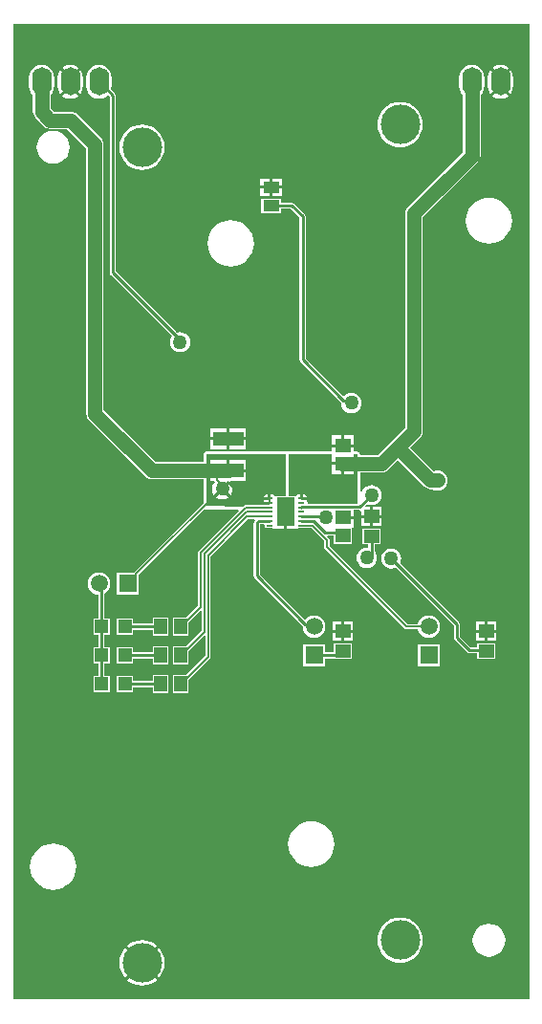
<source format=gbr>
%TF.GenerationSoftware,Altium Limited,Altium Designer,20.0.13 (296)*%
G04 Layer_Physical_Order=1*
G04 Layer_Color=255*
%FSLAX26Y26*%
%MOIN*%
%TF.FileFunction,Copper,L1,Top,Signal*%
%TF.Part,Single*%
G01*
G75*
%TA.AperFunction,SMDPad,CuDef*%
%ADD10O,0.023622X0.007874*%
%ADD11R,0.064961X0.098425*%
%ADD12R,0.055118X0.051181*%
%ADD13R,0.106299X0.051181*%
%ADD14R,0.057087X0.039370*%
%ADD15R,0.053150X0.045276*%
%ADD16R,0.047244X0.047244*%
%ADD17R,0.045276X0.053150*%
%TA.AperFunction,Conductor*%
%ADD18C,0.008000*%
%ADD19C,0.010000*%
%ADD20C,0.050000*%
%TA.AperFunction,ComponentPad*%
%ADD21C,0.059055*%
%ADD22R,0.059055X0.059055*%
%ADD23O,0.068898X0.098425*%
%ADD24R,0.059055X0.059055*%
%ADD25C,0.137795*%
%TA.AperFunction,ViaPad*%
%ADD26C,0.050000*%
G36*
X1800000D02*
X0D01*
Y3400000D01*
X1800000D01*
Y0D01*
D02*
G37*
%LPC*%
G36*
X1700000Y3259596D02*
X1688397Y3258068D01*
X1677584Y3253590D01*
X1672300Y3249535D01*
X1700000Y3221835D01*
X1727700Y3249535D01*
X1722416Y3253590D01*
X1711603Y3258068D01*
X1700000Y3259596D01*
D02*
G37*
G36*
X200000D02*
X188397Y3258068D01*
X177584Y3253590D01*
X172300Y3249535D01*
X200000Y3221835D01*
X227700Y3249535D01*
X222416Y3253590D01*
X211603Y3258068D01*
X200000Y3259596D01*
D02*
G37*
G36*
X1665229Y3242464D02*
X1661174Y3237180D01*
X1656695Y3226367D01*
X1655168Y3214764D01*
Y3185236D01*
X1656695Y3173633D01*
X1661174Y3162820D01*
X1665229Y3157536D01*
X1696465Y3188772D01*
X1700000Y3185236D01*
X1703535Y3188772D01*
X1734771Y3157536D01*
X1738826Y3162820D01*
X1743305Y3173633D01*
X1744832Y3185236D01*
Y3214764D01*
X1743305Y3226367D01*
X1738826Y3237180D01*
X1734771Y3242464D01*
X1703535Y3211228D01*
X1700000Y3214764D01*
X1696465Y3211228D01*
X1665229Y3242464D01*
D02*
G37*
G36*
X165229D02*
X161174Y3237180D01*
X156695Y3226367D01*
X155168Y3214764D01*
Y3185236D01*
X156695Y3173633D01*
X161174Y3162820D01*
X165229Y3157536D01*
X196464Y3188772D01*
X200000Y3185236D01*
X203536Y3188772D01*
X234771Y3157536D01*
X238826Y3162820D01*
X243305Y3173633D01*
X244832Y3185236D01*
Y3214764D01*
X243305Y3226367D01*
X238826Y3237180D01*
X234771Y3242464D01*
X203536Y3211228D01*
X200000Y3214764D01*
X196464Y3211228D01*
X165229Y3242464D01*
D02*
G37*
G36*
X1700000Y3178165D02*
X1672300Y3150465D01*
X1677584Y3146410D01*
X1688397Y3141932D01*
X1700000Y3140404D01*
X1711603Y3141932D01*
X1722416Y3146410D01*
X1727700Y3150465D01*
X1700000Y3178165D01*
D02*
G37*
G36*
X200000D02*
X172300Y3150465D01*
X177584Y3146410D01*
X188397Y3141932D01*
X200000Y3140404D01*
X211603Y3141932D01*
X222416Y3146410D01*
X227700Y3150465D01*
X200000Y3178165D01*
D02*
G37*
G36*
X1350000Y3129914D02*
X1334533Y3128390D01*
X1319661Y3123879D01*
X1305955Y3116552D01*
X1293941Y3106693D01*
X1284082Y3094679D01*
X1276755Y3080973D01*
X1272244Y3066101D01*
X1270721Y3050634D01*
X1272244Y3035168D01*
X1276755Y3020295D01*
X1284082Y3006589D01*
X1293941Y2994575D01*
X1305955Y2984716D01*
X1319661Y2977390D01*
X1334533Y2972878D01*
X1350000Y2971355D01*
X1365467Y2972878D01*
X1380339Y2977390D01*
X1394045Y2984716D01*
X1406059Y2994575D01*
X1415918Y3006589D01*
X1423245Y3020295D01*
X1427756Y3035168D01*
X1429279Y3050634D01*
X1427756Y3066101D01*
X1423245Y3080973D01*
X1415918Y3094679D01*
X1406059Y3106693D01*
X1394045Y3116552D01*
X1380339Y3123879D01*
X1365467Y3128390D01*
X1350000Y3129914D01*
D02*
G37*
G36*
X140157Y3029193D02*
X125265Y3027232D01*
X111388Y3021484D01*
X99471Y3012340D01*
X90327Y3000423D01*
X84579Y2986546D01*
X82618Y2971653D01*
X84579Y2956761D01*
X90327Y2942884D01*
X99471Y2930967D01*
X111388Y2921823D01*
X125265Y2916075D01*
X140157Y2914114D01*
X155050Y2916075D01*
X168927Y2921823D01*
X180844Y2930967D01*
X189988Y2942884D01*
X195736Y2956761D01*
X197697Y2971653D01*
X195736Y2986546D01*
X189988Y3000423D01*
X180844Y3012340D01*
X168927Y3021484D01*
X155050Y3027232D01*
X140157Y3029193D01*
D02*
G37*
G36*
X450000Y3050933D02*
X434533Y3049410D01*
X419661Y3044898D01*
X405955Y3037572D01*
X393941Y3027713D01*
X384082Y3015699D01*
X376755Y3001992D01*
X372244Y2987120D01*
X370721Y2971653D01*
X372244Y2956187D01*
X376755Y2941315D01*
X384082Y2927608D01*
X393941Y2915595D01*
X405955Y2905735D01*
X419661Y2898409D01*
X434533Y2893897D01*
X450000Y2892374D01*
X465467Y2893897D01*
X480339Y2898409D01*
X494045Y2905735D01*
X506059Y2915595D01*
X515918Y2927608D01*
X523245Y2941315D01*
X527756Y2956187D01*
X529279Y2971653D01*
X527756Y2987120D01*
X523245Y3001992D01*
X515918Y3015699D01*
X506059Y3027713D01*
X494045Y3037572D01*
X480339Y3044898D01*
X465467Y3049410D01*
X450000Y3050933D01*
D02*
G37*
G36*
X938543Y2862165D02*
X905000D01*
Y2837481D01*
X938543D01*
Y2862165D01*
D02*
G37*
G36*
X895000D02*
X861457D01*
Y2837481D01*
X895000D01*
Y2862165D01*
D02*
G37*
G36*
X938543Y2827481D02*
X905000D01*
Y2802795D01*
X938543D01*
Y2827481D01*
D02*
G37*
G36*
X895000D02*
X861457D01*
Y2802795D01*
X895000D01*
Y2827481D01*
D02*
G37*
G36*
X1659842Y2795863D02*
X1644183Y2794321D01*
X1629125Y2789753D01*
X1615248Y2782336D01*
X1603084Y2772353D01*
X1593102Y2760189D01*
X1585684Y2746312D01*
X1581116Y2731254D01*
X1579574Y2715595D01*
X1581116Y2699935D01*
X1585684Y2684877D01*
X1593102Y2671000D01*
X1603084Y2658836D01*
X1615248Y2648854D01*
X1629125Y2641436D01*
X1644183Y2636869D01*
X1659842Y2635326D01*
X1675502Y2636869D01*
X1690560Y2641436D01*
X1704437Y2648854D01*
X1716601Y2658836D01*
X1726583Y2671000D01*
X1734001Y2684877D01*
X1738569Y2699935D01*
X1740111Y2715595D01*
X1738569Y2731254D01*
X1734001Y2746312D01*
X1726583Y2760189D01*
X1716601Y2772353D01*
X1704437Y2782336D01*
X1690560Y2789753D01*
X1675502Y2794321D01*
X1659842Y2795863D01*
D02*
G37*
G36*
X759842Y2716883D02*
X744183Y2715340D01*
X729125Y2710773D01*
X715248Y2703355D01*
X703084Y2693372D01*
X693102Y2681209D01*
X685684Y2667332D01*
X681116Y2652274D01*
X679574Y2636614D01*
X681116Y2620955D01*
X685684Y2605897D01*
X693102Y2592019D01*
X703084Y2579856D01*
X715248Y2569874D01*
X729125Y2562456D01*
X744183Y2557888D01*
X759842Y2556346D01*
X775502Y2557888D01*
X790560Y2562456D01*
X804437Y2569874D01*
X816601Y2579856D01*
X826583Y2592019D01*
X834001Y2605897D01*
X838569Y2620955D01*
X840111Y2636614D01*
X838569Y2652274D01*
X834001Y2667332D01*
X826583Y2681209D01*
X816601Y2693372D01*
X804437Y2703355D01*
X790560Y2710773D01*
X775502Y2715340D01*
X759842Y2716883D01*
D02*
G37*
G36*
X300000Y3259596D02*
X288397Y3258068D01*
X277584Y3253590D01*
X268299Y3246465D01*
X261174Y3237180D01*
X256695Y3226367D01*
X255168Y3214764D01*
Y3185236D01*
X256695Y3173633D01*
X261174Y3162820D01*
X268299Y3153535D01*
X277584Y3146410D01*
X288397Y3141932D01*
X300000Y3140404D01*
X311603Y3141932D01*
X322416Y3146410D01*
X331701Y3153535D01*
X332025Y3153556D01*
X336804Y3148777D01*
Y2536000D01*
X337580Y2532098D01*
X339790Y2528790D01*
X555251Y2313330D01*
X552428Y2309651D01*
X548901Y2301137D01*
X547698Y2292000D01*
X548901Y2282863D01*
X552428Y2274349D01*
X558038Y2267038D01*
X565349Y2261428D01*
X573863Y2257901D01*
X583000Y2256698D01*
X592137Y2257901D01*
X600651Y2261428D01*
X607962Y2267038D01*
X613572Y2274349D01*
X617099Y2282863D01*
X618302Y2292000D01*
X617099Y2301137D01*
X613572Y2309651D01*
X607962Y2316962D01*
X600651Y2322572D01*
X592137Y2326099D01*
X583000Y2327302D01*
X573863Y2326099D01*
X572065Y2325354D01*
X357196Y2540223D01*
Y3153000D01*
X356420Y3156902D01*
X354210Y3160210D01*
X342567Y3171852D01*
X343305Y3173633D01*
X344832Y3185236D01*
Y3214764D01*
X343305Y3226367D01*
X338826Y3237180D01*
X331701Y3246465D01*
X322416Y3253590D01*
X311603Y3258068D01*
X300000Y3259596D01*
D02*
G37*
G36*
X933543Y2792205D02*
X866457D01*
Y2742835D01*
X933543D01*
Y2757324D01*
X968257D01*
X999804Y2725777D01*
Y2230000D01*
X1000580Y2226098D01*
X1002790Y2222790D01*
X1144801Y2080780D01*
X1144698Y2080000D01*
X1145901Y2070863D01*
X1149428Y2062349D01*
X1155038Y2055038D01*
X1162349Y2049428D01*
X1170863Y2045901D01*
X1180000Y2044698D01*
X1189137Y2045901D01*
X1197651Y2049428D01*
X1204962Y2055038D01*
X1210572Y2062349D01*
X1214099Y2070863D01*
X1215302Y2080000D01*
X1214099Y2089137D01*
X1210572Y2097651D01*
X1204962Y2104962D01*
X1197651Y2110572D01*
X1189137Y2114099D01*
X1180000Y2115302D01*
X1170863Y2114099D01*
X1162349Y2110572D01*
X1155038Y2104962D01*
X1154923Y2104813D01*
X1149934Y2104486D01*
X1020196Y2234223D01*
Y2730000D01*
X1019420Y2733902D01*
X1017210Y2737210D01*
X979690Y2774729D01*
X976382Y2776939D01*
X972480Y2777716D01*
X933543D01*
Y2792205D01*
D02*
G37*
G36*
X813150Y1990709D02*
X755000D01*
Y1960118D01*
X813150D01*
Y1990709D01*
D02*
G37*
G36*
X745000D02*
X686850D01*
Y1960118D01*
X745000D01*
Y1990709D01*
D02*
G37*
G36*
X1187559Y1967087D02*
X1155000D01*
Y1936496D01*
X1187559D01*
Y1967087D01*
D02*
G37*
G36*
X1145000D02*
X1112441D01*
Y1936496D01*
X1145000D01*
Y1967087D01*
D02*
G37*
G36*
X813150Y1950118D02*
X755000D01*
Y1919528D01*
X813150D01*
Y1950118D01*
D02*
G37*
G36*
X745000D02*
X686850D01*
Y1919528D01*
X745000D01*
Y1950118D01*
D02*
G37*
G36*
X1600000Y3259596D02*
X1588397Y3258068D01*
X1577584Y3253590D01*
X1568299Y3246465D01*
X1561174Y3237180D01*
X1556695Y3226367D01*
X1555168Y3214764D01*
Y3185236D01*
X1556695Y3173633D01*
X1561174Y3162820D01*
X1568299Y3153535D01*
X1569741Y3152428D01*
Y2955534D01*
X1376604Y2762396D01*
X1371795Y2756130D01*
X1368772Y2748832D01*
X1367741Y2741000D01*
Y1993534D01*
X1320356Y1946148D01*
X1272970Y1898763D01*
X1210196D01*
Y1900000D01*
X1209420Y1903902D01*
X1207210Y1907210D01*
X1203902Y1909420D01*
X1200000Y1910196D01*
X1187559D01*
Y1926496D01*
X1112441D01*
Y1910196D01*
X960196D01*
X956294Y1909420D01*
X955846Y1909121D01*
X953902Y1910420D01*
X950000Y1911196D01*
X675000D01*
X671098Y1910420D01*
X667790Y1908210D01*
X665580Y1904902D01*
X664804Y1901000D01*
Y1875141D01*
X496652D01*
X316259Y2055534D01*
Y2982000D01*
X315228Y2989832D01*
X312205Y2997130D01*
X307396Y3003396D01*
X307396Y3003397D01*
X223396Y3087396D01*
X217130Y3092205D01*
X209832Y3095228D01*
X202000Y3096259D01*
X141823D01*
X130259Y3107823D01*
Y3152428D01*
X131701Y3153535D01*
X138826Y3162820D01*
X143305Y3173633D01*
X144832Y3185236D01*
Y3214764D01*
X143305Y3226367D01*
X138826Y3237180D01*
X131701Y3246465D01*
X122416Y3253590D01*
X111603Y3258068D01*
X100000Y3259596D01*
X88397Y3258068D01*
X77584Y3253590D01*
X68299Y3246465D01*
X61174Y3237180D01*
X56695Y3226367D01*
X55168Y3214764D01*
Y3185236D01*
X56695Y3173633D01*
X61174Y3162820D01*
X68299Y3153535D01*
X69741Y3152428D01*
Y3095289D01*
X70772Y3087458D01*
X73795Y3080160D01*
X78604Y3073893D01*
X107893Y3044604D01*
X107893Y3044604D01*
X114160Y3039795D01*
X121458Y3036772D01*
X129289Y3035741D01*
X129290Y3035741D01*
X189466D01*
X255741Y2969466D01*
Y2043000D01*
X256772Y2035168D01*
X259795Y2027870D01*
X264604Y2021604D01*
X462722Y1823486D01*
X468989Y1818677D01*
X476286Y1815654D01*
X484118Y1814623D01*
X664804D01*
Y1732781D01*
X421550Y1489527D01*
X360473D01*
Y1410473D01*
X439527D01*
Y1481550D01*
X669575Y1711598D01*
X671087Y1710585D01*
X671093Y1710583D01*
X671098Y1710580D01*
X673048Y1710192D01*
X674988Y1709804D01*
X785400Y1709678D01*
X787311Y1705057D01*
X647511Y1565258D01*
X645522Y1562281D01*
X644824Y1558769D01*
Y1373352D01*
X603223Y1331751D01*
X603087D01*
X602200Y1331575D01*
X556811D01*
Y1268425D01*
X612087D01*
Y1315134D01*
X613512Y1316086D01*
X653204Y1355778D01*
X657824Y1353865D01*
Y1286352D01*
X603223Y1231751D01*
X603087D01*
X602200Y1231575D01*
X556811D01*
Y1168425D01*
X612087D01*
Y1215134D01*
X613512Y1216086D01*
X666204Y1268778D01*
X670824Y1266865D01*
Y1199352D01*
X603223Y1131751D01*
X603087D01*
X602200Y1131575D01*
X556811D01*
Y1068425D01*
X612087D01*
Y1115134D01*
X613512Y1116086D01*
X686489Y1189063D01*
X688478Y1192040D01*
X689176Y1195551D01*
Y1544199D01*
X820053Y1675076D01*
X841478D01*
X843391Y1670456D01*
X842790Y1669856D01*
X840580Y1666548D01*
X839804Y1662646D01*
Y1477000D01*
X840580Y1473098D01*
X842790Y1469790D01*
X1010404Y1302177D01*
X1010417Y1302168D01*
X1010131Y1300000D01*
X1011490Y1289681D01*
X1015473Y1280066D01*
X1021809Y1271809D01*
X1030066Y1265473D01*
X1039681Y1261490D01*
X1050000Y1260131D01*
X1060319Y1261490D01*
X1069934Y1265473D01*
X1078191Y1271809D01*
X1084527Y1280066D01*
X1088510Y1289681D01*
X1089869Y1300000D01*
X1088510Y1310319D01*
X1084527Y1319934D01*
X1078191Y1328191D01*
X1069934Y1334527D01*
X1060319Y1338510D01*
X1050000Y1339869D01*
X1039681Y1338510D01*
X1030066Y1334527D01*
X1021809Y1328191D01*
X1020391Y1326344D01*
X1015402Y1326017D01*
X860196Y1481223D01*
Y1658308D01*
X874413D01*
X878006Y1653308D01*
X877896Y1652756D01*
X878589Y1649269D01*
X880565Y1646313D01*
X883521Y1644337D01*
X887008Y1643644D01*
X902756D01*
X907520Y1640787D01*
Y1640787D01*
X945000D01*
Y1700000D01*
X955000D01*
Y1640787D01*
X992480D01*
Y1640787D01*
X997244Y1643644D01*
X1004795D01*
X1005118Y1643580D01*
X1040443D01*
X1085824Y1598199D01*
Y1578000D01*
X1086522Y1574488D01*
X1088511Y1571511D01*
X1366511Y1293511D01*
X1369488Y1291522D01*
X1373000Y1290824D01*
X1411340D01*
X1411490Y1289681D01*
X1415473Y1280066D01*
X1421809Y1271809D01*
X1430066Y1265473D01*
X1439681Y1261490D01*
X1450000Y1260131D01*
X1460319Y1261490D01*
X1469934Y1265473D01*
X1478191Y1271809D01*
X1484527Y1280066D01*
X1488510Y1289681D01*
X1489869Y1300000D01*
X1488510Y1310319D01*
X1484527Y1319934D01*
X1478191Y1328191D01*
X1469934Y1334527D01*
X1460319Y1338510D01*
X1450000Y1339869D01*
X1439681Y1338510D01*
X1430066Y1334527D01*
X1421809Y1328191D01*
X1415473Y1319934D01*
X1411490Y1310319D01*
X1411340Y1309176D01*
X1376801D01*
X1104176Y1581801D01*
Y1602000D01*
X1103478Y1605512D01*
X1101489Y1608489D01*
X1095793Y1614185D01*
X1097706Y1618804D01*
X1117441D01*
Y1587914D01*
X1182559D01*
Y1645906D01*
X1187559D01*
Y1676496D01*
X1150000D01*
Y1686496D01*
X1187559D01*
Y1707363D01*
X1208657D01*
X1213425Y1703214D01*
Y1689449D01*
X1245000D01*
Y1717087D01*
X1229137D01*
X1227224Y1721706D01*
X1233408Y1727891D01*
X1240863Y1724803D01*
X1250000Y1723600D01*
X1259137Y1724803D01*
X1267651Y1728329D01*
X1274962Y1733939D01*
X1280572Y1741251D01*
X1284099Y1749765D01*
X1285302Y1758902D01*
X1284099Y1768039D01*
X1280572Y1776553D01*
X1274962Y1783864D01*
X1267651Y1789474D01*
X1259137Y1793001D01*
X1250000Y1794204D01*
X1240863Y1793001D01*
X1232349Y1789474D01*
X1225038Y1783864D01*
X1219428Y1776553D01*
X1215901Y1768039D01*
X1215196Y1762684D01*
X1210196Y1763012D01*
Y1838245D01*
X1285504D01*
X1293336Y1839276D01*
X1300633Y1842299D01*
X1306900Y1847108D01*
X1341752Y1881959D01*
X1435107Y1788604D01*
X1435108Y1788604D01*
X1441374Y1783795D01*
X1448672Y1780772D01*
X1456504Y1779741D01*
X1461940D01*
X1462349Y1779428D01*
X1470863Y1775901D01*
X1480000Y1774698D01*
X1489137Y1775901D01*
X1497651Y1779428D01*
X1504962Y1785038D01*
X1510572Y1792349D01*
X1514099Y1800863D01*
X1515302Y1810000D01*
X1514099Y1819137D01*
X1510572Y1827651D01*
X1504962Y1834962D01*
X1497651Y1840572D01*
X1489137Y1844099D01*
X1480000Y1845302D01*
X1470863Y1844099D01*
X1466857Y1842440D01*
X1384545Y1924752D01*
X1419396Y1959604D01*
X1424205Y1965870D01*
X1427228Y1973168D01*
X1428259Y1981000D01*
Y2728466D01*
X1621396Y2921603D01*
X1621396Y2921604D01*
X1626205Y2927870D01*
X1629228Y2935168D01*
X1630259Y2943000D01*
Y3152428D01*
X1631701Y3153535D01*
X1638826Y3162820D01*
X1643305Y3173633D01*
X1644832Y3185236D01*
Y3214764D01*
X1643305Y3226367D01*
X1638826Y3237180D01*
X1631701Y3246465D01*
X1622416Y3253590D01*
X1611603Y3258068D01*
X1600000Y3259596D01*
D02*
G37*
G36*
X1286575Y1717087D02*
X1255000D01*
Y1689449D01*
X1286575D01*
Y1717087D01*
D02*
G37*
G36*
Y1679449D02*
X1255000D01*
Y1651811D01*
X1286575D01*
Y1679449D01*
D02*
G37*
G36*
X1245000D02*
X1213425D01*
Y1651811D01*
X1245000D01*
Y1679449D01*
D02*
G37*
G36*
X1281575Y1643189D02*
X1218425D01*
Y1587913D01*
X1239804D01*
Y1578330D01*
X1236045Y1575033D01*
X1234000Y1575302D01*
X1224863Y1574099D01*
X1216349Y1570572D01*
X1209038Y1564962D01*
X1203428Y1557651D01*
X1199901Y1549137D01*
X1198698Y1540000D01*
X1199901Y1530863D01*
X1203428Y1522349D01*
X1209038Y1515038D01*
X1216349Y1509428D01*
X1224863Y1505901D01*
X1234000Y1504698D01*
X1243137Y1505901D01*
X1251651Y1509428D01*
X1258962Y1515038D01*
X1264572Y1522349D01*
X1268099Y1530863D01*
X1269302Y1540000D01*
X1268099Y1549137D01*
X1264572Y1557651D01*
X1260196Y1563355D01*
Y1587913D01*
X1281575D01*
Y1643189D01*
D02*
G37*
G36*
X543189Y1331575D02*
X487913D01*
Y1310196D01*
X419961D01*
Y1328622D01*
X362717D01*
Y1271378D01*
X419961D01*
Y1289804D01*
X487913D01*
Y1268425D01*
X543189D01*
Y1331575D01*
D02*
G37*
G36*
X1686575Y1317087D02*
X1655000D01*
Y1289449D01*
X1686575D01*
Y1317087D01*
D02*
G37*
G36*
X1645000D02*
X1613425D01*
Y1289449D01*
X1645000D01*
Y1317087D01*
D02*
G37*
G36*
X1186575D02*
X1155000D01*
Y1289449D01*
X1186575D01*
Y1317087D01*
D02*
G37*
G36*
X1145000D02*
X1113425D01*
Y1289449D01*
X1145000D01*
Y1317087D01*
D02*
G37*
G36*
X1686575Y1279449D02*
X1655000D01*
Y1251811D01*
X1686575D01*
Y1279449D01*
D02*
G37*
G36*
X1645000D02*
X1613425D01*
Y1251811D01*
X1645000D01*
Y1279449D01*
D02*
G37*
G36*
X1186575D02*
X1155000D01*
Y1251811D01*
X1186575D01*
Y1279449D01*
D02*
G37*
G36*
X1145000D02*
X1113425D01*
Y1251811D01*
X1145000D01*
Y1279449D01*
D02*
G37*
G36*
X1181575Y1243189D02*
X1118425D01*
Y1210196D01*
X1089527D01*
Y1239527D01*
X1010472D01*
Y1160473D01*
X1089527D01*
Y1189804D01*
X1118425D01*
Y1187913D01*
X1181575D01*
Y1243189D01*
D02*
G37*
G36*
X543189Y1231575D02*
X487913D01*
Y1210196D01*
X419961D01*
Y1228622D01*
X362717D01*
Y1171378D01*
X419961D01*
Y1189804D01*
X487913D01*
Y1168425D01*
X543189D01*
Y1231575D01*
D02*
G37*
G36*
X1319000Y1573302D02*
X1309863Y1572099D01*
X1301349Y1568572D01*
X1294038Y1562962D01*
X1288428Y1555651D01*
X1284901Y1547137D01*
X1283698Y1538000D01*
X1284901Y1528863D01*
X1288428Y1520349D01*
X1294038Y1513038D01*
X1301349Y1507428D01*
X1309863Y1503901D01*
X1319000Y1502698D01*
X1328137Y1503901D01*
X1335592Y1506989D01*
X1537804Y1304777D01*
Y1262000D01*
X1538580Y1258098D01*
X1540790Y1254790D01*
X1584790Y1210790D01*
X1588098Y1208580D01*
X1592000Y1207804D01*
X1618425D01*
Y1187913D01*
X1681575D01*
Y1243189D01*
X1618425D01*
Y1228196D01*
X1596223D01*
X1558196Y1266223D01*
Y1309000D01*
X1557420Y1312902D01*
X1555210Y1316210D01*
X1350011Y1521408D01*
X1353099Y1528863D01*
X1354302Y1538000D01*
X1353099Y1547137D01*
X1349572Y1555651D01*
X1343962Y1562962D01*
X1336651Y1568572D01*
X1328137Y1572099D01*
X1319000Y1573302D01*
D02*
G37*
G36*
X1489527Y1239527D02*
X1410473D01*
Y1160473D01*
X1489527D01*
Y1239527D01*
D02*
G37*
G36*
X543189Y1131575D02*
X487913D01*
Y1110196D01*
X419961D01*
Y1128622D01*
X362717D01*
Y1071378D01*
X419961D01*
Y1089804D01*
X487913D01*
Y1068425D01*
X543189D01*
Y1131575D01*
D02*
G37*
G36*
X300000Y1489869D02*
X289681Y1488510D01*
X280066Y1484527D01*
X271809Y1478191D01*
X265473Y1469934D01*
X261490Y1460319D01*
X260131Y1450000D01*
X261490Y1439681D01*
X265473Y1430066D01*
X271809Y1421809D01*
X280066Y1415473D01*
X289681Y1411490D01*
X298466Y1410333D01*
Y1328622D01*
X280039D01*
Y1271378D01*
X298466D01*
Y1228622D01*
X280039D01*
Y1171378D01*
X298466D01*
Y1128622D01*
X280039D01*
Y1071378D01*
X337283D01*
Y1128622D01*
X318857D01*
Y1171378D01*
X337283D01*
Y1228622D01*
X318857D01*
Y1271378D01*
X337283D01*
Y1328622D01*
X318857D01*
Y1415027D01*
X319934Y1415473D01*
X328191Y1421809D01*
X334527Y1430066D01*
X338510Y1439681D01*
X339869Y1450000D01*
X338510Y1460319D01*
X334527Y1469934D01*
X328191Y1478191D01*
X319934Y1484527D01*
X310319Y1488510D01*
X300000Y1489869D01*
D02*
G37*
G36*
X1040158Y622635D02*
X1024498Y621092D01*
X1009440Y616525D01*
X995563Y609107D01*
X983399Y599125D01*
X973417Y586961D01*
X965999Y573084D01*
X961431Y558026D01*
X959889Y542366D01*
X961431Y526707D01*
X965999Y511649D01*
X973417Y497772D01*
X983399Y485608D01*
X995563Y475626D01*
X1009440Y468208D01*
X1024498Y463640D01*
X1040158Y462098D01*
X1055817Y463640D01*
X1070875Y468208D01*
X1084752Y475626D01*
X1096916Y485608D01*
X1106898Y497772D01*
X1114316Y511649D01*
X1118884Y526707D01*
X1120426Y542366D01*
X1118884Y558026D01*
X1114316Y573084D01*
X1106898Y586961D01*
X1096916Y599125D01*
X1084752Y609107D01*
X1070875Y616525D01*
X1055817Y621092D01*
X1040158Y622635D01*
D02*
G37*
G36*
X140157Y543654D02*
X124498Y542112D01*
X109440Y537544D01*
X95563Y530126D01*
X83399Y520144D01*
X73417Y507981D01*
X65999Y494103D01*
X61431Y479045D01*
X59889Y463386D01*
X61431Y447726D01*
X65999Y432668D01*
X73417Y418791D01*
X83399Y406627D01*
X95563Y396645D01*
X109440Y389228D01*
X124498Y384660D01*
X140157Y383117D01*
X155817Y384660D01*
X170875Y389228D01*
X184752Y396645D01*
X196916Y406627D01*
X206898Y418791D01*
X214316Y432668D01*
X218884Y447726D01*
X220426Y463386D01*
X218884Y479045D01*
X214316Y494103D01*
X206898Y507981D01*
X196916Y520144D01*
X184752Y530126D01*
X170875Y537544D01*
X155817Y542112D01*
X140157Y543654D01*
D02*
G37*
G36*
X1659842Y264867D02*
X1644950Y262906D01*
X1631073Y257158D01*
X1619156Y248014D01*
X1610012Y236097D01*
X1604264Y222219D01*
X1602303Y207327D01*
X1604264Y192435D01*
X1610012Y178557D01*
X1619156Y166641D01*
X1631073Y157496D01*
X1644950Y151748D01*
X1659842Y149788D01*
X1674735Y151748D01*
X1688612Y157496D01*
X1700529Y166641D01*
X1709673Y178557D01*
X1715421Y192435D01*
X1717382Y207327D01*
X1715421Y222219D01*
X1709673Y236097D01*
X1700529Y248014D01*
X1688612Y257158D01*
X1674735Y262906D01*
X1659842Y264867D01*
D02*
G37*
G36*
X450000Y207626D02*
X434533Y206103D01*
X419661Y201591D01*
X405955Y194265D01*
X397825Y187593D01*
X450000Y135417D01*
X502175Y187593D01*
X494045Y194265D01*
X480339Y201591D01*
X465467Y206103D01*
X450000Y207626D01*
D02*
G37*
G36*
X1350000Y286606D02*
X1334533Y285083D01*
X1319661Y280572D01*
X1305955Y273245D01*
X1293941Y263386D01*
X1284082Y251372D01*
X1276755Y237666D01*
X1272244Y222794D01*
X1270721Y207327D01*
X1272244Y191861D01*
X1276755Y176988D01*
X1284082Y163282D01*
X1293941Y151268D01*
X1305955Y141409D01*
X1319661Y134083D01*
X1334533Y129571D01*
X1350000Y128048D01*
X1365467Y129571D01*
X1380339Y134083D01*
X1394045Y141409D01*
X1406059Y151268D01*
X1415918Y163282D01*
X1423245Y176988D01*
X1427756Y191861D01*
X1429279Y207327D01*
X1427756Y222794D01*
X1423245Y237666D01*
X1415918Y251372D01*
X1406059Y263386D01*
X1394045Y273245D01*
X1380339Y280572D01*
X1365467Y285083D01*
X1350000Y286606D01*
D02*
G37*
G36*
X390754Y180522D02*
X384082Y172392D01*
X376755Y158685D01*
X372244Y143813D01*
X370721Y128346D01*
X372244Y112880D01*
X376755Y98008D01*
X384082Y84301D01*
X390754Y76171D01*
X442929Y128346D01*
X390754Y180522D01*
D02*
G37*
G36*
X509246D02*
X457071Y128346D01*
X509246Y76171D01*
X515918Y84301D01*
X523245Y98008D01*
X527756Y112880D01*
X529279Y128346D01*
X527756Y143813D01*
X523245Y158685D01*
X515918Y172392D01*
X509246Y180522D01*
D02*
G37*
G36*
X450000Y121275D02*
X397825Y69100D01*
X405955Y62428D01*
X419661Y55102D01*
X434533Y50590D01*
X450000Y49067D01*
X465467Y50590D01*
X480339Y55102D01*
X494045Y62428D01*
X502175Y69100D01*
X450000Y121275D01*
D02*
G37*
%LPD*%
G36*
X1200000Y1727755D02*
X1026458D01*
X1027202Y1731496D01*
X1026120Y1736934D01*
X1024493Y1739370D01*
X1026120Y1741806D01*
X1026207Y1742244D01*
X1005118D01*
Y1747244D01*
X1000118D01*
Y1761454D01*
X997244D01*
X991806Y1760372D01*
X987196Y1757292D01*
X985139Y1754213D01*
X960196D01*
Y1900000D01*
X1112441D01*
Y1873504D01*
X1187559D01*
Y1900000D01*
X1200000D01*
Y1727755D01*
D02*
G37*
G36*
X950000Y1754213D02*
X914861D01*
X912804Y1757292D01*
X908194Y1760372D01*
X902756Y1761454D01*
X899882D01*
Y1747244D01*
X894882D01*
Y1742244D01*
X873793D01*
X873880Y1741806D01*
X875507Y1739370D01*
X873880Y1736934D01*
X873793Y1736496D01*
X894882D01*
Y1726496D01*
X870348D01*
X869082Y1724924D01*
X810979D01*
X807467Y1724226D01*
X804490Y1722237D01*
X802108Y1719854D01*
X675000Y1720000D01*
Y1901000D01*
X950000D01*
Y1754213D01*
D02*
G37*
%LPC*%
G36*
X1187559Y1863504D02*
X1155000D01*
Y1832914D01*
X1187559D01*
Y1863504D01*
D02*
G37*
G36*
X1145000D02*
X1112441D01*
Y1832914D01*
X1145000D01*
Y1863504D01*
D02*
G37*
G36*
X1012992Y1761454D02*
X1010118D01*
Y1752244D01*
X1026207D01*
X1026120Y1752682D01*
X1023040Y1757292D01*
X1018430Y1760372D01*
X1012992Y1761454D01*
D02*
G37*
G36*
X813150Y1880472D02*
X755000D01*
Y1849882D01*
X813150D01*
Y1880472D01*
D02*
G37*
G36*
X745000D02*
X686850D01*
Y1849882D01*
X745000D01*
Y1880472D01*
D02*
G37*
G36*
X813150Y1839882D02*
X686850D01*
Y1809291D01*
X703297D01*
X704523Y1804291D01*
X699428Y1797651D01*
X695901Y1789137D01*
X694698Y1780000D01*
X695901Y1770863D01*
X699428Y1762349D01*
X701968Y1759039D01*
X726465Y1783535D01*
X730000Y1780000D01*
X733535Y1783535D01*
X758032Y1759039D01*
X760572Y1762349D01*
X764099Y1770863D01*
X765302Y1780000D01*
X764099Y1789137D01*
X760572Y1797651D01*
X755477Y1804291D01*
X756703Y1809291D01*
X813150D01*
Y1839882D01*
D02*
G37*
G36*
X889882Y1761454D02*
X887008D01*
X881570Y1760372D01*
X876960Y1757292D01*
X873880Y1752682D01*
X873793Y1752244D01*
X889882D01*
Y1761454D01*
D02*
G37*
G36*
X730000Y1772929D02*
X709039Y1751968D01*
X712349Y1749428D01*
X720863Y1745901D01*
X730000Y1744698D01*
X739137Y1745901D01*
X747651Y1749428D01*
X750961Y1751968D01*
X730000Y1772929D01*
D02*
G37*
%LPD*%
D10*
X1005118Y1652756D02*
D03*
Y1668504D02*
D03*
Y1684252D02*
D03*
Y1700000D02*
D03*
Y1715748D02*
D03*
Y1731496D02*
D03*
Y1747244D02*
D03*
X894882D02*
D03*
Y1731496D02*
D03*
Y1715748D02*
D03*
Y1700000D02*
D03*
Y1684252D02*
D03*
Y1668504D02*
D03*
Y1652756D02*
D03*
D11*
X950000Y1700000D02*
D03*
D12*
X1150000Y1868504D02*
D03*
Y1931496D02*
D03*
Y1618504D02*
D03*
Y1681496D02*
D03*
D13*
X750000Y1955118D02*
D03*
Y1844882D02*
D03*
D14*
X900000Y2767520D02*
D03*
Y2832480D02*
D03*
D15*
X1250000Y1684449D02*
D03*
Y1615551D02*
D03*
X1150000Y1215551D02*
D03*
Y1284449D02*
D03*
X1650000Y1215551D02*
D03*
Y1284449D02*
D03*
D16*
X391339Y1300000D02*
D03*
X308661D02*
D03*
Y1200000D02*
D03*
X391339D02*
D03*
X308661Y1100000D02*
D03*
X391339D02*
D03*
D17*
X515551Y1300000D02*
D03*
X584449D02*
D03*
X515551Y1200000D02*
D03*
X584449D02*
D03*
X515551Y1100000D02*
D03*
X584449D02*
D03*
D18*
X711978Y1811978D02*
X730000Y1793955D01*
X711978Y1811978D02*
Y1823291D01*
X807756Y1747244D02*
X894882D01*
X750000Y1805000D02*
X752500Y1802500D01*
X807756Y1747244D01*
X730000Y1780000D02*
Y1793955D01*
X425528Y1475528D02*
Y1480528D01*
X400000Y1450000D02*
X425528Y1475528D01*
Y1480528D02*
X750000Y1805000D01*
X607024Y1322575D02*
X654000Y1369551D01*
X584449Y1303937D02*
X603087Y1322575D01*
X584449Y1300000D02*
Y1303937D01*
X680000Y1548000D02*
X816252Y1684252D01*
X607024Y1122575D02*
X680000Y1195551D01*
X667000Y1553385D02*
X813615Y1700000D01*
X654000Y1369551D02*
Y1558769D01*
X667000Y1282551D02*
Y1553385D01*
X680000Y1195551D02*
Y1548000D01*
X654000Y1558769D02*
X810979Y1715748D01*
X603087Y1322575D02*
X607024D01*
Y1222575D02*
X667000Y1282551D01*
X1005118Y1731496D02*
X1012866D01*
X720092Y1831405D02*
X733568Y1844882D01*
X711978Y1823291D02*
X720092Y1831405D01*
X750000Y1821118D02*
X761882Y1833000D01*
X733568Y1844882D02*
X750000D01*
Y1821118D02*
Y1844882D01*
X761882Y1833000D01*
X1066650Y1797079D02*
X1076606D01*
X1373000Y1300000D02*
X1450000D01*
X1095000Y1578000D02*
X1373000Y1300000D01*
X1095000Y1578000D02*
Y1602000D01*
X1044244Y1652756D02*
X1095000Y1602000D01*
X1005118Y1652756D02*
X1044244D01*
X1005118Y1747244D02*
X1016815D01*
X813615Y1700000D02*
X894882D01*
X810979Y1715748D02*
X887071D01*
X816252Y1684252D02*
X894882D01*
X584449Y1100000D02*
Y1103937D01*
X603087Y1122575D01*
X607024D01*
X584449Y1203937D02*
X603087Y1222575D01*
X607024D01*
X584449Y1200000D02*
Y1203937D01*
X894882Y1731496D02*
Y1747244D01*
D19*
X1548000Y1262000D02*
Y1309000D01*
X1592000Y1218000D02*
X1647551D01*
X1548000Y1262000D02*
X1592000Y1218000D01*
X1647551D02*
X1650000Y1215551D01*
X1319000Y1538000D02*
X1548000Y1309000D01*
X1014803Y1717559D02*
X1208657D01*
X1250000Y1758902D02*
Y1758902D01*
X1208657Y1717559D02*
X1250000Y1758902D01*
X1006181Y1716811D02*
X1014055D01*
X1005118Y1715748D02*
X1006181Y1716811D01*
X1014055D02*
X1014803Y1717559D01*
X1005118Y1684252D02*
X1085748D01*
X1090000Y1680000D01*
X1152346Y2087654D02*
X1172346D01*
X1180000Y2080000D01*
X1010000Y2230000D02*
Y2730000D01*
X972480Y2767520D02*
X1010000Y2730000D01*
Y2230000D02*
X1152346Y2087654D01*
X855858Y1668504D02*
X894882D01*
X850000Y1477000D02*
X1017614Y1309386D01*
X850000Y1662646D02*
X855858Y1668504D01*
X850000Y1477000D02*
Y1662646D01*
X900000Y2767520D02*
X972480D01*
X1243000Y1542000D02*
X1250000Y1549000D01*
X1236000Y1542000D02*
X1243000D01*
X1250000Y1549000D02*
Y1615551D01*
X1234000Y1540000D02*
X1236000Y1542000D01*
X347000Y2536000D02*
X583000Y2300000D01*
X347000Y2536000D02*
Y3153000D01*
X583000Y2292000D02*
Y2300000D01*
X1048295Y1668504D02*
X1087799Y1629000D01*
X1005118Y1668504D02*
X1048295D01*
X1087799Y1629000D02*
X1139504D01*
X300000Y3200000D02*
X347000Y3153000D01*
X1050000Y1200000D02*
X1134449D01*
X1150000Y1215551D01*
X1139504Y1629000D02*
X1150000Y1618504D01*
X1040614Y1309386D02*
X1050000Y1300000D01*
X1017614Y1309386D02*
X1040614D01*
X308661Y1300000D02*
Y1441339D01*
X300000Y1450000D02*
X308661Y1441339D01*
Y1200000D02*
Y1300000D01*
Y1100000D02*
Y1200000D01*
X391339Y1100000D02*
X515551D01*
X391339Y1200000D02*
X515551D01*
X391339Y1300000D02*
X515551D01*
D20*
X286000Y2043000D02*
X484118Y1844882D01*
X750000D01*
X1341752Y1924752D02*
X1398000Y1981000D01*
X1285504Y1868504D02*
X1341752Y1924752D01*
X1456504Y1810000D02*
X1480000D01*
X1341752Y1924752D02*
X1456504Y1810000D01*
X1150000Y1868504D02*
X1285504D01*
X1148032D02*
X1150000D01*
X1398000Y1981000D02*
Y2741000D01*
X1600000Y2943000D02*
Y3200000D01*
X1398000Y2741000D02*
X1600000Y2943000D01*
X286000Y2043000D02*
Y2982000D01*
X129289Y3066000D02*
X202000D01*
X286000Y2982000D01*
X100000Y3095289D02*
Y3200000D01*
Y3095289D02*
X129289Y3066000D01*
D21*
X1450000Y1300000D02*
D03*
X1050000D02*
D03*
X300000Y1450000D02*
D03*
D22*
X1450000Y1200000D02*
D03*
X1050000D02*
D03*
D23*
X100000Y3200000D02*
D03*
X200000D02*
D03*
X300000D02*
D03*
X1600000D02*
D03*
X1700000D02*
D03*
D24*
X400000Y1450000D02*
D03*
D25*
X1350000Y3050634D02*
D03*
Y207327D02*
D03*
X450000Y128346D02*
D03*
Y2971653D02*
D03*
D26*
X730000Y1780000D02*
D03*
X1250000Y1758902D02*
D03*
X1090000Y1680000D02*
D03*
X1180000Y2080000D02*
D03*
X1480000Y1810000D02*
D03*
X1234000Y1540000D02*
D03*
X1319000Y1538000D02*
D03*
X583000Y2292000D02*
D03*
%TF.MD5,c04116a5f7989a2d846654ef2f725e30*%
M02*

</source>
